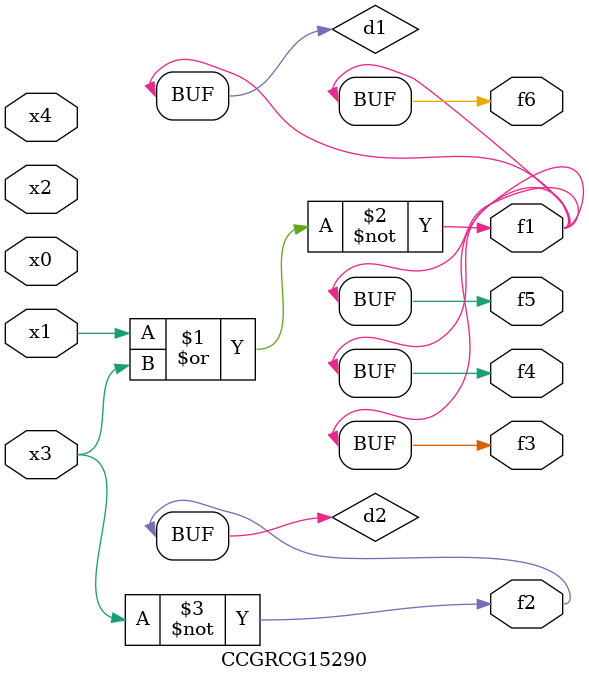
<source format=v>
module CCGRCG15290(
	input x0, x1, x2, x3, x4,
	output f1, f2, f3, f4, f5, f6
);

	wire d1, d2;

	nor (d1, x1, x3);
	not (d2, x3);
	assign f1 = d1;
	assign f2 = d2;
	assign f3 = d1;
	assign f4 = d1;
	assign f5 = d1;
	assign f6 = d1;
endmodule

</source>
